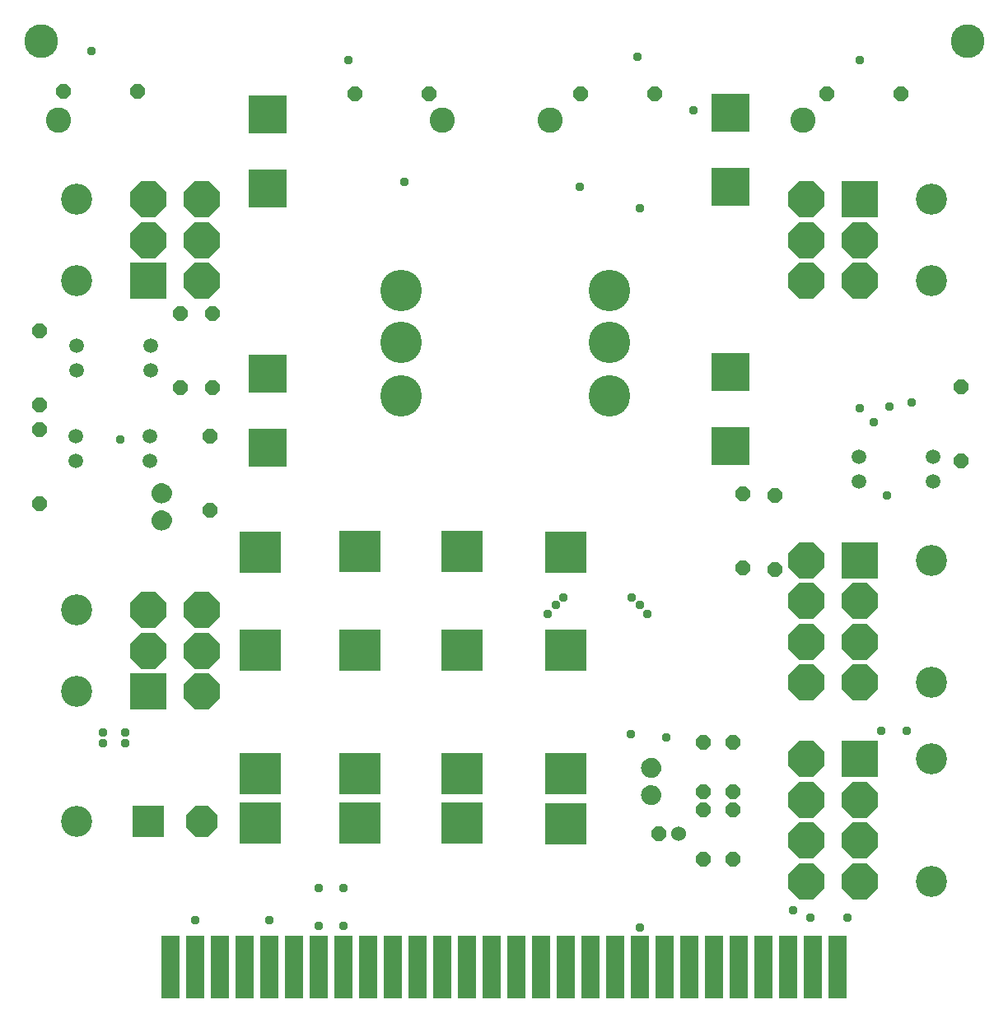
<source format=gbs>
G75*
%MOIN*%
%OFA0B0*%
%FSLAX25Y25*%
%IPPOS*%
%LPD*%
%AMOC8*
5,1,8,0,0,1.08239X$1,22.5*
%
%ADD10C,0.13650*%
%ADD11OC8,0.14580*%
%ADD12R,0.14580X0.14580*%
%ADD13C,0.12611*%
%ADD14OC8,0.06000*%
%ADD15C,0.00500*%
%ADD16C,0.16800*%
%ADD17R,0.16548X0.16548*%
%ADD18R,0.15800X0.15800*%
%ADD19R,0.07300X0.25800*%
%ADD20C,0.10249*%
%ADD21OC8,0.12611*%
%ADD22R,0.12611X0.12611*%
%ADD23C,0.05950*%
%ADD24C,0.06000*%
%ADD25C,0.03778*%
D10*
X0013850Y0392500D03*
X0388850Y0392500D03*
D11*
X0323744Y0328242D03*
X0323744Y0311742D03*
X0323744Y0295242D03*
X0345444Y0295242D03*
X0345444Y0311742D03*
X0323744Y0182138D03*
X0323744Y0165638D03*
X0323744Y0149138D03*
X0323744Y0132638D03*
X0345444Y0132638D03*
X0345444Y0149138D03*
X0345444Y0165638D03*
X0323744Y0101689D03*
X0323744Y0085189D03*
X0323744Y0068689D03*
X0323744Y0052189D03*
X0345444Y0052189D03*
X0345444Y0068689D03*
X0345444Y0085189D03*
X0078850Y0129002D03*
X0078850Y0145502D03*
X0078850Y0162002D03*
X0057150Y0162002D03*
X0057150Y0145502D03*
X0078857Y0295242D03*
X0078857Y0311742D03*
X0078857Y0328242D03*
X0057157Y0328242D03*
X0057157Y0311742D03*
D12*
X0057157Y0295242D03*
X0057150Y0129002D03*
X0345444Y0101689D03*
X0345444Y0182138D03*
X0345444Y0328242D03*
D13*
X0374185Y0328242D03*
X0374185Y0295242D03*
X0374185Y0182138D03*
X0374185Y0132638D03*
X0374185Y0101689D03*
X0374185Y0052189D03*
X0028410Y0076500D03*
X0028410Y0129002D03*
X0028410Y0162002D03*
X0028417Y0295242D03*
X0028417Y0328242D03*
D14*
X0022915Y0372028D03*
X0052915Y0372028D03*
X0141025Y0370994D03*
X0171025Y0370994D03*
X0232413Y0371142D03*
X0262413Y0371142D03*
X0331970Y0371093D03*
X0361970Y0371093D03*
X0386350Y0252500D03*
X0386350Y0222500D03*
X0310850Y0208500D03*
X0297850Y0209000D03*
X0297850Y0179000D03*
X0310850Y0178500D03*
X0293820Y0108258D03*
X0281960Y0108307D03*
X0281960Y0088307D03*
X0281960Y0080945D03*
X0293820Y0080945D03*
X0293820Y0088258D03*
X0293820Y0060945D03*
X0281960Y0060945D03*
X0263850Y0071500D03*
X0082350Y0202500D03*
X0082350Y0232500D03*
X0083350Y0252000D03*
X0070350Y0252000D03*
X0070350Y0282000D03*
X0083350Y0282000D03*
X0013350Y0275000D03*
X0013350Y0245000D03*
X0013350Y0235000D03*
X0013350Y0205000D03*
D15*
X0059083Y0208891D02*
X0066508Y0208891D01*
X0066482Y0208634D02*
X0066301Y0207997D01*
X0066013Y0207401D01*
X0065626Y0206865D01*
X0065151Y0206404D01*
X0064604Y0206032D01*
X0064000Y0205762D01*
X0063359Y0205600D01*
X0062699Y0205552D01*
X0061980Y0205630D01*
X0061290Y0205848D01*
X0060655Y0206196D01*
X0060101Y0206661D01*
X0059648Y0207225D01*
X0059314Y0207867D01*
X0059112Y0208561D01*
X0059049Y0209282D01*
X0059110Y0210007D01*
X0059312Y0210705D01*
X0059646Y0211351D01*
X0060100Y0211920D01*
X0060656Y0212389D01*
X0061293Y0212740D01*
X0061986Y0212960D01*
X0062709Y0213041D01*
X0063369Y0212992D01*
X0064010Y0212828D01*
X0064613Y0212556D01*
X0065159Y0212183D01*
X0065632Y0211721D01*
X0066018Y0211183D01*
X0066305Y0210587D01*
X0066484Y0209950D01*
X0066549Y0209292D01*
X0066482Y0208634D01*
X0066414Y0208393D02*
X0059161Y0208393D01*
X0059306Y0207894D02*
X0066252Y0207894D01*
X0066009Y0207396D02*
X0059559Y0207396D01*
X0059911Y0206897D02*
X0065649Y0206897D01*
X0065143Y0206399D02*
X0060413Y0206399D01*
X0061194Y0205900D02*
X0064309Y0205900D01*
X0063369Y0201972D02*
X0064010Y0201808D01*
X0064613Y0201536D01*
X0065159Y0201163D01*
X0065632Y0200700D01*
X0066018Y0200163D01*
X0066305Y0199567D01*
X0066484Y0198930D01*
X0066549Y0198272D01*
X0066482Y0197613D01*
X0066301Y0196977D01*
X0066013Y0196381D01*
X0065626Y0195845D01*
X0065151Y0195384D01*
X0064604Y0195012D01*
X0064000Y0194742D01*
X0063359Y0194580D01*
X0062699Y0194531D01*
X0061980Y0194610D01*
X0061290Y0194828D01*
X0060655Y0195175D01*
X0060101Y0195640D01*
X0059648Y0196205D01*
X0059314Y0196846D01*
X0059112Y0197541D01*
X0059049Y0198262D01*
X0059110Y0198987D01*
X0059312Y0199685D01*
X0059646Y0200331D01*
X0060100Y0200900D01*
X0060656Y0201368D01*
X0061293Y0201720D01*
X0061986Y0201940D01*
X0062709Y0202021D01*
X0063369Y0201972D01*
X0063602Y0201912D02*
X0061897Y0201912D01*
X0060738Y0201413D02*
X0064792Y0201413D01*
X0065413Y0200915D02*
X0060119Y0200915D01*
X0059715Y0200416D02*
X0065836Y0200416D01*
X0066136Y0199918D02*
X0059433Y0199918D01*
X0059235Y0199419D02*
X0066346Y0199419D01*
X0066485Y0198921D02*
X0059105Y0198921D01*
X0059062Y0198422D02*
X0066534Y0198422D01*
X0066514Y0197924D02*
X0059078Y0197924D01*
X0059145Y0197425D02*
X0066429Y0197425D01*
X0066277Y0196927D02*
X0059291Y0196927D01*
X0059532Y0196428D02*
X0066036Y0196428D01*
X0065687Y0195930D02*
X0059869Y0195930D01*
X0060350Y0195431D02*
X0065200Y0195431D01*
X0064426Y0194933D02*
X0061098Y0194933D01*
X0059058Y0209390D02*
X0066539Y0209390D01*
X0066490Y0209888D02*
X0059100Y0209888D01*
X0059220Y0210387D02*
X0066361Y0210387D01*
X0066162Y0210885D02*
X0059405Y0210885D01*
X0059672Y0211384D02*
X0065874Y0211384D01*
X0065467Y0211882D02*
X0060070Y0211882D01*
X0060647Y0212381D02*
X0064869Y0212381D01*
X0063809Y0212879D02*
X0061731Y0212879D01*
X0257717Y0100090D02*
X0257383Y0099444D01*
X0257181Y0098745D01*
X0257120Y0098020D01*
X0257183Y0097299D01*
X0257385Y0096605D01*
X0257719Y0095963D01*
X0258172Y0095399D01*
X0258726Y0094934D01*
X0259360Y0094586D01*
X0260050Y0094368D01*
X0260770Y0094290D01*
X0261430Y0094338D01*
X0262071Y0094500D01*
X0262675Y0094771D01*
X0263222Y0095142D01*
X0263697Y0095603D01*
X0264084Y0096140D01*
X0264372Y0096735D01*
X0264553Y0097372D01*
X0264620Y0098030D01*
X0264555Y0098688D01*
X0264376Y0099325D01*
X0264089Y0099921D01*
X0263703Y0100459D01*
X0263230Y0100921D01*
X0262684Y0101294D01*
X0262081Y0101566D01*
X0261440Y0101730D01*
X0260780Y0101780D01*
X0260057Y0101699D01*
X0259364Y0101478D01*
X0258727Y0101127D01*
X0258171Y0100658D01*
X0257717Y0100090D01*
X0257818Y0100216D02*
X0263878Y0100216D01*
X0264187Y0099717D02*
X0257525Y0099717D01*
X0257318Y0099219D02*
X0264406Y0099219D01*
X0264546Y0098720D02*
X0257179Y0098720D01*
X0257137Y0098222D02*
X0264601Y0098222D01*
X0264589Y0097723D02*
X0257146Y0097723D01*
X0257204Y0097225D02*
X0264511Y0097225D01*
X0264368Y0096726D02*
X0257350Y0096726D01*
X0257581Y0096228D02*
X0264127Y0096228D01*
X0263788Y0095729D02*
X0257907Y0095729D01*
X0258372Y0095231D02*
X0263313Y0095231D01*
X0262589Y0094732D02*
X0259094Y0094732D01*
X0260057Y0090678D02*
X0260780Y0090759D01*
X0261440Y0090710D01*
X0262081Y0090546D01*
X0262684Y0090274D01*
X0263230Y0089901D01*
X0263703Y0089439D01*
X0264089Y0088901D01*
X0264376Y0088305D01*
X0264555Y0087668D01*
X0264620Y0087010D01*
X0264553Y0086352D01*
X0264372Y0085715D01*
X0264084Y0085120D01*
X0263697Y0084583D01*
X0263222Y0084122D01*
X0262675Y0083751D01*
X0262071Y0083480D01*
X0261430Y0083318D01*
X0260770Y0083270D01*
X0260050Y0083348D01*
X0259360Y0083566D01*
X0258726Y0083914D01*
X0258172Y0084379D01*
X0257719Y0084943D01*
X0257385Y0085585D01*
X0257183Y0086279D01*
X0257120Y0087000D01*
X0257181Y0087725D01*
X0257383Y0088423D01*
X0257717Y0089069D01*
X0258171Y0089638D01*
X0258727Y0090107D01*
X0259364Y0090458D01*
X0260057Y0090678D01*
X0260642Y0090744D02*
X0260986Y0090744D01*
X0262725Y0090245D02*
X0258979Y0090245D01*
X0258301Y0089747D02*
X0263388Y0089747D01*
X0263840Y0089248D02*
X0257860Y0089248D01*
X0257552Y0088750D02*
X0264162Y0088750D01*
X0264391Y0088251D02*
X0257333Y0088251D01*
X0257189Y0087753D02*
X0264531Y0087753D01*
X0264596Y0087254D02*
X0257141Y0087254D01*
X0257141Y0086756D02*
X0264594Y0086756D01*
X0264526Y0086257D02*
X0257189Y0086257D01*
X0257334Y0085759D02*
X0264385Y0085759D01*
X0264152Y0085260D02*
X0257554Y0085260D01*
X0257864Y0084762D02*
X0263826Y0084762D01*
X0263367Y0084263D02*
X0258309Y0084263D01*
X0258998Y0083765D02*
X0262696Y0083765D01*
X0263442Y0100714D02*
X0258238Y0100714D01*
X0258883Y0101213D02*
X0262802Y0101213D01*
X0261513Y0101711D02*
X0260170Y0101711D01*
D16*
X0243968Y0248785D03*
X0243968Y0270285D03*
X0243968Y0291285D03*
X0159765Y0291285D03*
X0159765Y0270285D03*
X0159765Y0248785D03*
D17*
X0143082Y0185581D03*
X0143082Y0145817D03*
X0102728Y0145768D03*
X0102728Y0185531D03*
X0184421Y0185581D03*
X0184421Y0145817D03*
X0226202Y0145571D03*
X0226202Y0185335D03*
X0226202Y0095571D03*
X0226202Y0075492D03*
X0184421Y0075738D03*
X0184421Y0095817D03*
X0143082Y0095817D03*
X0143082Y0075738D03*
X0102728Y0075689D03*
X0102728Y0095768D03*
D18*
X0105533Y0227569D03*
X0105533Y0257569D03*
X0105533Y0332569D03*
X0105533Y0362569D03*
X0292836Y0363258D03*
X0292836Y0333258D03*
X0292836Y0258258D03*
X0292836Y0228258D03*
D19*
X0066411Y0017500D03*
X0076411Y0017500D03*
X0086411Y0017500D03*
X0096411Y0017500D03*
X0106411Y0017500D03*
X0116411Y0017500D03*
X0126411Y0017500D03*
X0136411Y0017500D03*
X0146411Y0017500D03*
X0156411Y0017500D03*
X0166411Y0017500D03*
X0176411Y0017500D03*
X0186411Y0017500D03*
X0196411Y0017500D03*
X0206411Y0017500D03*
X0216411Y0017500D03*
X0226411Y0017500D03*
X0236411Y0017500D03*
X0246411Y0017500D03*
X0256411Y0017500D03*
X0266411Y0017500D03*
X0276411Y0017500D03*
X0286411Y0017500D03*
X0296411Y0017500D03*
X0306411Y0017500D03*
X0316411Y0017500D03*
X0326411Y0017500D03*
X0336411Y0017500D03*
D20*
X0322216Y0360315D03*
X0219854Y0360315D03*
X0176405Y0360315D03*
X0021035Y0360315D03*
D21*
X0078850Y0076500D03*
D22*
X0057150Y0076500D03*
D23*
X0057850Y0222500D03*
X0057850Y0232500D03*
X0058350Y0259000D03*
X0058350Y0269000D03*
X0028350Y0269000D03*
X0028350Y0259000D03*
X0027850Y0232500D03*
X0027850Y0222500D03*
X0344850Y0224000D03*
X0344850Y0214000D03*
X0374850Y0214000D03*
X0374850Y0224000D03*
D24*
X0271850Y0071500D03*
D25*
X0256411Y0033543D03*
X0318279Y0040433D03*
X0325169Y0037480D03*
X0340443Y0037480D03*
X0353850Y0113000D03*
X0364350Y0113000D03*
X0356460Y0208500D03*
X0350850Y0238000D03*
X0345350Y0243596D03*
X0357350Y0244500D03*
X0366350Y0246000D03*
X0259350Y0160500D03*
X0256350Y0164000D03*
X0252850Y0167000D03*
X0225350Y0167000D03*
X0222350Y0164000D03*
X0218850Y0160500D03*
X0252764Y0111586D03*
X0267098Y0110252D03*
X0136350Y0049500D03*
X0126350Y0049500D03*
X0126411Y0034000D03*
X0136411Y0034000D03*
X0106411Y0036496D03*
X0076153Y0036496D03*
X0047850Y0108000D03*
X0047850Y0112500D03*
X0038850Y0112500D03*
X0038850Y0108000D03*
X0045850Y0231000D03*
X0160850Y0335500D03*
X0138456Y0384874D03*
X0231850Y0333500D03*
X0256271Y0324882D03*
X0277925Y0364252D03*
X0255287Y0385906D03*
X0345259Y0384874D03*
X0034236Y0388280D03*
M02*

</source>
